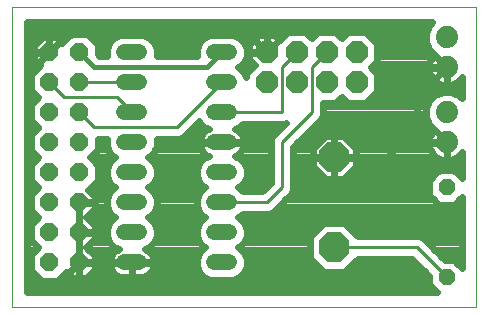
<source format=gbr>
G75*
G70*
%OFA0B0*%
%FSLAX24Y24*%
%IPPOS*%
%LPD*%
%AMOC8*
5,1,8,0,0,1.08239X$1,22.5*
%
%ADD10C,0.0000*%
%ADD11C,0.0520*%
%ADD12OC8,0.0600*%
%ADD13OC8,0.1000*%
%ADD14OC8,0.0520*%
%ADD15OC8,0.0740*%
%ADD16C,0.0740*%
%ADD17C,0.0240*%
%ADD18C,0.0160*%
%ADD19C,0.0100*%
D10*
X000181Y000105D02*
X000181Y010105D01*
X015674Y010105D01*
X015674Y000105D01*
X000181Y000105D01*
D11*
X003921Y001605D02*
X004441Y001605D01*
X004441Y002605D02*
X003921Y002605D01*
X003921Y003605D02*
X004441Y003605D01*
X004441Y004605D02*
X003921Y004605D01*
X003921Y005605D02*
X004441Y005605D01*
X004441Y006605D02*
X003921Y006605D01*
X003921Y007605D02*
X004441Y007605D01*
X004441Y008605D02*
X003921Y008605D01*
X006921Y008605D02*
X007441Y008605D01*
X007441Y007605D02*
X006921Y007605D01*
X006921Y006605D02*
X007441Y006605D01*
X007441Y005605D02*
X006921Y005605D01*
X006921Y004605D02*
X007441Y004605D01*
X007441Y003605D02*
X006921Y003605D01*
X006921Y002605D02*
X007441Y002605D01*
X007441Y001605D02*
X006921Y001605D01*
D12*
X002431Y001605D03*
X001431Y001605D03*
X001431Y002605D03*
X002431Y002605D03*
X002431Y003605D03*
X001431Y003605D03*
X001431Y004605D03*
X002431Y004605D03*
X002431Y005605D03*
X001431Y005605D03*
X001431Y006605D03*
X002431Y006605D03*
X002431Y007605D03*
X001431Y007605D03*
X001431Y008605D03*
X002431Y008605D03*
D13*
X010931Y005105D03*
X010931Y002105D03*
D14*
X014681Y001105D03*
X014681Y004105D03*
D15*
X011681Y007605D03*
X010681Y007605D03*
X009681Y007605D03*
X008681Y007605D03*
X008681Y008605D03*
X009681Y008605D03*
X010681Y008605D03*
X011681Y008605D03*
D16*
X014681Y009105D03*
X014681Y008105D03*
X014681Y006605D03*
X014681Y005605D03*
D17*
X014681Y005604D01*
X014682Y005604D01*
X014682Y005015D01*
X014728Y005015D01*
X014820Y005029D01*
X014908Y005058D01*
X014991Y005100D01*
X015066Y005155D01*
X015131Y005220D01*
X015181Y005289D01*
X015181Y004420D01*
X014920Y004682D01*
X014442Y004682D01*
X014105Y004344D01*
X014105Y003866D01*
X014442Y003528D01*
X014920Y003528D01*
X015181Y003789D01*
X015181Y001420D01*
X014920Y001682D01*
X014623Y001682D01*
X013992Y002312D01*
X013992Y002313D01*
X013889Y002416D01*
X013754Y002472D01*
X011720Y002472D01*
X011270Y002922D01*
X010593Y002922D01*
X010115Y002443D01*
X010115Y001766D01*
X010593Y001288D01*
X011270Y001288D01*
X011720Y001738D01*
X013529Y001738D01*
X014105Y001163D01*
X014105Y000866D01*
X014366Y000605D01*
X000681Y000605D01*
X000681Y009605D01*
X014210Y009605D01*
X014099Y009494D01*
X013995Y009241D01*
X013995Y008968D01*
X014099Y008716D01*
X014279Y008536D01*
X014231Y008489D01*
X014177Y008414D01*
X014135Y008331D01*
X014106Y008243D01*
X014091Y008151D01*
X014091Y008105D01*
X014681Y008105D01*
X014681Y008104D01*
X014682Y008104D01*
X014682Y007515D01*
X014728Y007515D01*
X014820Y007529D01*
X014908Y007558D01*
X014991Y007600D01*
X015066Y007655D01*
X015131Y007720D01*
X015181Y007789D01*
X015181Y007076D01*
X015070Y007187D01*
X014818Y007292D01*
X014545Y007292D01*
X014292Y007187D01*
X014099Y006994D01*
X013995Y006741D01*
X013995Y006468D01*
X014099Y006216D01*
X014279Y006036D01*
X014231Y005989D01*
X014177Y005914D01*
X014135Y005831D01*
X014106Y005743D01*
X014091Y005651D01*
X014091Y005605D01*
X014681Y005605D01*
X014681Y005604D02*
X014091Y005604D01*
X014091Y005558D01*
X014106Y005467D01*
X014135Y005378D01*
X014177Y005295D01*
X014231Y005220D01*
X014297Y005155D01*
X014372Y005100D01*
X014455Y005058D01*
X014543Y005029D01*
X014635Y005015D01*
X014681Y005015D01*
X014681Y005604D01*
X014681Y005605D02*
X013681Y006605D01*
X013681Y006105D01*
X012681Y005105D01*
X010931Y005105D01*
X010931Y005104D01*
X010932Y005104D01*
X010932Y005105D01*
X011651Y005105D01*
X011651Y005403D01*
X011230Y005825D01*
X010932Y005825D01*
X010932Y005105D01*
X010931Y005105D01*
X010211Y005105D01*
X010211Y005403D01*
X010633Y005825D01*
X010931Y005825D01*
X010931Y005105D01*
X010931Y005104D02*
X010211Y005104D01*
X010211Y004806D01*
X010633Y004385D01*
X010931Y004385D01*
X010931Y005104D01*
X010932Y005104D02*
X010932Y004385D01*
X011230Y004385D01*
X011651Y004806D01*
X011651Y005104D01*
X010932Y005104D01*
X010931Y005137D02*
X010932Y005137D01*
X010931Y005376D02*
X010932Y005376D01*
X010931Y005614D02*
X010932Y005614D01*
X011440Y005614D02*
X014091Y005614D01*
X014136Y005376D02*
X011651Y005376D01*
X011651Y005137D02*
X014321Y005137D01*
X014681Y005137D02*
X014682Y005137D01*
X014681Y005376D02*
X014682Y005376D01*
X015041Y005137D02*
X015181Y005137D01*
X015181Y004899D02*
X011651Y004899D01*
X011505Y004660D02*
X014421Y004660D01*
X014182Y004421D02*
X011266Y004421D01*
X010932Y004421D02*
X010931Y004421D01*
X010931Y004660D02*
X010932Y004660D01*
X010931Y004899D02*
X010932Y004899D01*
X010596Y004421D02*
X009548Y004421D01*
X009548Y004660D02*
X010358Y004660D01*
X010211Y004899D02*
X009548Y004899D01*
X009548Y005137D02*
X010211Y005137D01*
X010211Y005376D02*
X009548Y005376D01*
X009548Y005453D02*
X010389Y006294D01*
X010492Y006397D01*
X010548Y006532D01*
X010548Y006918D01*
X010966Y006918D01*
X011181Y007133D01*
X011397Y006918D01*
X011966Y006918D01*
X012368Y007320D01*
X012368Y007889D01*
X012153Y008105D01*
X012368Y008320D01*
X012368Y008889D01*
X011966Y009292D01*
X011397Y009292D01*
X011181Y009076D01*
X010966Y009292D01*
X010397Y009292D01*
X010181Y009076D01*
X009966Y009292D01*
X009397Y009292D01*
X009113Y009007D01*
X008926Y009195D01*
X008682Y009195D01*
X008682Y008605D01*
X008681Y008605D01*
X008681Y008604D01*
X008091Y008604D01*
X008091Y008360D01*
X008279Y008173D01*
X007995Y007889D01*
X007995Y007776D01*
X007930Y007931D01*
X007768Y008094D01*
X007742Y008105D01*
X007768Y008116D01*
X007930Y008278D01*
X008018Y008490D01*
X008018Y008719D01*
X007930Y008931D01*
X007768Y009094D01*
X007556Y009182D01*
X006807Y009182D01*
X006595Y009094D01*
X006432Y008931D01*
X006345Y008719D01*
X006345Y008502D01*
X005018Y008502D01*
X005018Y008719D01*
X004930Y008931D01*
X004768Y009094D01*
X004556Y009182D01*
X003807Y009182D01*
X003595Y009094D01*
X003432Y008931D01*
X003345Y008719D01*
X003345Y008502D01*
X003096Y008502D01*
X003048Y008549D01*
X003048Y008860D01*
X002687Y009222D01*
X002176Y009222D01*
X001863Y008909D01*
X001647Y009125D01*
X001432Y009125D01*
X001432Y008605D01*
X001431Y008605D01*
X001431Y008604D01*
X000911Y008604D01*
X000911Y008389D01*
X001128Y008173D01*
X000815Y007860D01*
X000815Y007349D01*
X001059Y007105D01*
X000815Y006860D01*
X000815Y006349D01*
X001059Y006105D01*
X000815Y005860D01*
X000815Y005349D01*
X001059Y005105D01*
X000815Y004860D01*
X000815Y004349D01*
X001059Y004105D01*
X000815Y003860D01*
X000815Y003349D01*
X001059Y003105D01*
X000815Y002860D01*
X000815Y002349D01*
X001059Y002105D01*
X000815Y001860D01*
X000815Y001349D01*
X001176Y000988D01*
X001687Y000988D01*
X002000Y001301D01*
X002216Y001085D01*
X002431Y001085D01*
X002431Y001604D01*
X002432Y001604D01*
X002432Y001605D01*
X002951Y001605D01*
X002951Y001820D01*
X002667Y002105D01*
X002951Y002389D01*
X002951Y002604D01*
X002432Y002604D01*
X002432Y002605D01*
X002951Y002605D01*
X002951Y002820D01*
X002667Y003105D01*
X002951Y003389D01*
X002951Y003604D01*
X002432Y003604D01*
X002432Y003605D01*
X002951Y003605D01*
X002951Y003820D01*
X002735Y004036D01*
X003048Y004349D01*
X003048Y004860D01*
X002804Y005105D01*
X003048Y005349D01*
X003048Y005738D01*
X003352Y005738D01*
X003345Y005719D01*
X003345Y005490D01*
X003432Y005278D01*
X003595Y005116D01*
X003621Y005105D01*
X003595Y005094D01*
X003432Y004931D01*
X003345Y004719D01*
X003345Y004490D01*
X003432Y004278D01*
X003595Y004116D01*
X003621Y004105D01*
X003595Y004094D01*
X003432Y003931D01*
X003345Y003719D01*
X003345Y003490D01*
X003432Y003278D01*
X003595Y003116D01*
X003621Y003105D01*
X003595Y003094D01*
X003432Y002931D01*
X003345Y002719D01*
X003345Y002490D01*
X003432Y002278D01*
X003595Y002116D01*
X003747Y002053D01*
X003737Y002050D01*
X003670Y002015D01*
X003609Y001971D01*
X003555Y001917D01*
X003511Y001856D01*
X003477Y001789D01*
X003453Y001717D01*
X003441Y001642D01*
X003441Y001605D01*
X004181Y001605D01*
X004181Y001604D01*
X004182Y001604D01*
X004182Y001605D01*
X004921Y001605D01*
X004921Y001642D01*
X004910Y001717D01*
X004886Y001789D01*
X004852Y001856D01*
X004808Y001917D01*
X004754Y001971D01*
X004693Y002015D01*
X004626Y002050D01*
X004616Y002053D01*
X004768Y002116D01*
X004930Y002278D01*
X005018Y002490D01*
X005018Y002719D01*
X004930Y002931D01*
X004768Y003094D01*
X004742Y003105D01*
X004768Y003116D01*
X004930Y003278D01*
X005018Y003490D01*
X005018Y003719D01*
X004930Y003931D01*
X004768Y004094D01*
X004742Y004105D01*
X004768Y004116D01*
X004930Y004278D01*
X005018Y004490D01*
X005018Y004719D01*
X004930Y004931D01*
X004768Y005094D01*
X004742Y005105D01*
X004768Y005116D01*
X004930Y005278D01*
X005018Y005490D01*
X005018Y005719D01*
X005011Y005738D01*
X005754Y005738D01*
X005889Y005794D01*
X005992Y005897D01*
X006415Y006320D01*
X006432Y006278D01*
X006595Y006116D01*
X006747Y006053D01*
X006737Y006050D01*
X006670Y006015D01*
X006609Y005971D01*
X006555Y005917D01*
X006511Y005856D01*
X006477Y005789D01*
X006453Y005717D01*
X006441Y005642D01*
X006441Y005605D01*
X007181Y005605D01*
X007181Y005604D01*
X006441Y005604D01*
X006441Y005567D01*
X006453Y005492D01*
X006477Y005420D01*
X006511Y005353D01*
X006555Y005292D01*
X006609Y005239D01*
X006670Y005194D01*
X006737Y005160D01*
X006747Y005157D01*
X006595Y005094D01*
X006432Y004931D01*
X006345Y004719D01*
X006345Y004490D01*
X006432Y004278D01*
X006595Y004116D01*
X006621Y004105D01*
X006595Y004094D01*
X006432Y003931D01*
X006345Y003719D01*
X006345Y003490D01*
X006432Y003278D01*
X006595Y003116D01*
X006621Y003105D01*
X006595Y003094D01*
X006432Y002931D01*
X006345Y002719D01*
X006345Y002490D01*
X006432Y002278D01*
X006595Y002116D01*
X006621Y002105D01*
X006595Y002094D01*
X006432Y001931D01*
X006345Y001719D01*
X006345Y001490D01*
X006432Y001278D01*
X006595Y001116D01*
X006807Y001028D01*
X007556Y001028D01*
X007768Y001116D01*
X007930Y001278D01*
X008018Y001490D01*
X008018Y001719D01*
X007930Y001931D01*
X007768Y002094D01*
X007742Y002105D01*
X007768Y002116D01*
X007930Y002278D01*
X008018Y002490D01*
X008018Y002719D01*
X007930Y002931D01*
X007768Y003094D01*
X007742Y003105D01*
X007768Y003116D01*
X007890Y003238D01*
X008608Y003238D01*
X008754Y003238D01*
X008889Y003294D01*
X009389Y003794D01*
X009492Y003897D01*
X009548Y004032D01*
X009548Y005453D01*
X009710Y005614D02*
X010423Y005614D01*
X009948Y005853D02*
X014146Y005853D01*
X014224Y006091D02*
X010187Y006091D01*
X010425Y006330D02*
X014052Y006330D01*
X013995Y006568D02*
X010548Y006568D01*
X010548Y006807D02*
X014022Y006807D01*
X014151Y007045D02*
X012093Y007045D01*
X012332Y007284D02*
X014526Y007284D01*
X014543Y007529D02*
X014455Y007558D01*
X014372Y007600D01*
X014297Y007655D01*
X014231Y007720D01*
X014177Y007795D01*
X014135Y007878D01*
X014106Y007967D01*
X014091Y008058D01*
X014091Y008104D01*
X014681Y008104D01*
X014681Y007515D01*
X014635Y007515D01*
X014543Y007529D01*
X014586Y007522D02*
X012368Y007522D01*
X012368Y007761D02*
X014202Y007761D01*
X014101Y008000D02*
X012258Y008000D01*
X012286Y008238D02*
X014105Y008238D01*
X014222Y008477D02*
X012368Y008477D01*
X012368Y008715D02*
X014100Y008715D01*
X014000Y008954D02*
X012304Y008954D01*
X012065Y009192D02*
X013995Y009192D01*
X014073Y009431D02*
X000681Y009431D01*
X000681Y009192D02*
X002147Y009192D01*
X002181Y009355D02*
X001431Y008605D01*
X000911Y008605D01*
X000911Y008820D01*
X001216Y009125D01*
X001431Y009125D01*
X001431Y008605D01*
X000681Y007855D01*
X000681Y001355D01*
X001181Y000855D01*
X001681Y000855D01*
X002431Y001605D01*
X002431Y002085D01*
X002431Y002604D01*
X002432Y002604D01*
X002432Y002085D01*
X002432Y001605D01*
X002431Y001605D01*
X002431Y002605D01*
X002431Y003125D01*
X002431Y003604D01*
X002432Y003604D01*
X002432Y003125D01*
X002432Y002605D01*
X002431Y002605D01*
X002431Y003605D01*
X002431Y003467D02*
X002432Y003467D01*
X002431Y003229D02*
X002432Y003229D01*
X002431Y002990D02*
X002432Y002990D01*
X002781Y002990D02*
X003491Y002990D01*
X003482Y003229D02*
X002791Y003229D01*
X002951Y003467D02*
X003354Y003467D01*
X003345Y003706D02*
X002951Y003706D01*
X002827Y003944D02*
X003445Y003944D01*
X003527Y004183D02*
X002882Y004183D01*
X003048Y004421D02*
X003373Y004421D01*
X003345Y004660D02*
X003048Y004660D01*
X003010Y004899D02*
X003419Y004899D01*
X003573Y005137D02*
X002836Y005137D01*
X003048Y005376D02*
X003392Y005376D01*
X003345Y005614D02*
X003048Y005614D01*
X004790Y005137D02*
X006699Y005137D01*
X006499Y005376D02*
X004971Y005376D01*
X005018Y005614D02*
X006441Y005614D01*
X006509Y005853D02*
X005948Y005853D01*
X006187Y006091D02*
X006654Y006091D01*
X007182Y005605D02*
X007921Y005605D01*
X007921Y005642D01*
X007910Y005717D01*
X007886Y005789D01*
X007852Y005856D01*
X007808Y005917D01*
X007754Y005971D01*
X007693Y006015D01*
X007626Y006050D01*
X007616Y006053D01*
X007768Y006116D01*
X007890Y006238D01*
X009108Y006238D01*
X009254Y006238D01*
X009325Y006267D01*
X008870Y005813D01*
X008815Y005678D01*
X008815Y005532D01*
X008815Y004257D01*
X008529Y003972D01*
X007890Y003972D01*
X007768Y004094D01*
X007742Y004105D01*
X007768Y004116D01*
X007930Y004278D01*
X008018Y004490D01*
X008018Y004719D01*
X007930Y004931D01*
X007768Y005094D01*
X007616Y005157D01*
X007626Y005160D01*
X007693Y005194D01*
X007754Y005239D01*
X007808Y005292D01*
X007852Y005353D01*
X007886Y005420D01*
X007910Y005492D01*
X007921Y005567D01*
X007921Y005604D01*
X007182Y005604D01*
X007182Y005605D01*
X007664Y005137D02*
X008815Y005137D01*
X008815Y005376D02*
X007863Y005376D01*
X007921Y005614D02*
X008815Y005614D01*
X008911Y005853D02*
X007854Y005853D01*
X007709Y006091D02*
X009149Y006091D01*
X008815Y004899D02*
X007944Y004899D01*
X008018Y004660D02*
X008815Y004660D01*
X008815Y004421D02*
X007990Y004421D01*
X007835Y004183D02*
X008741Y004183D01*
X009301Y003706D02*
X014265Y003706D01*
X014105Y003944D02*
X009512Y003944D01*
X009548Y004183D02*
X014105Y004183D01*
X014942Y004660D02*
X015181Y004660D01*
X015180Y004421D02*
X015181Y004421D01*
X015181Y003706D02*
X015098Y003706D01*
X015181Y003467D02*
X009063Y003467D01*
X008005Y002752D02*
X010423Y002752D01*
X010185Y002513D02*
X008018Y002513D01*
X007927Y002275D02*
X010115Y002275D01*
X010115Y002036D02*
X007826Y002036D01*
X007986Y001797D02*
X010115Y001797D01*
X010322Y001559D02*
X008018Y001559D01*
X007948Y001320D02*
X010561Y001320D01*
X011302Y001320D02*
X013947Y001320D01*
X014105Y001082D02*
X007686Y001082D01*
X006676Y001082D02*
X001781Y001082D01*
X002432Y001085D02*
X002647Y001085D01*
X002951Y001389D01*
X002951Y001604D01*
X002432Y001604D01*
X002432Y001085D01*
X002431Y001320D02*
X002432Y001320D01*
X002431Y001559D02*
X002432Y001559D01*
X002431Y001605D02*
X004181Y001605D01*
X004181Y001604D02*
X003441Y001604D01*
X003441Y001567D01*
X003453Y001492D01*
X003477Y001420D01*
X003511Y001353D01*
X003555Y001292D01*
X003609Y001239D01*
X003670Y001194D01*
X003737Y001160D01*
X003809Y001137D01*
X003884Y001125D01*
X004181Y001125D01*
X004181Y001604D01*
X004182Y001604D02*
X004182Y001125D01*
X004479Y001125D01*
X004554Y001137D01*
X004626Y001160D01*
X004693Y001194D01*
X004754Y001239D01*
X004808Y001292D01*
X004852Y001353D01*
X004886Y001420D01*
X004910Y001492D01*
X004921Y001567D01*
X004921Y001604D01*
X004182Y001604D01*
X004181Y001559D02*
X004182Y001559D01*
X004181Y001320D02*
X004182Y001320D01*
X004828Y001320D02*
X006415Y001320D01*
X006345Y001559D02*
X004920Y001559D01*
X004882Y001797D02*
X006377Y001797D01*
X006537Y002036D02*
X004652Y002036D01*
X004927Y002275D02*
X006436Y002275D01*
X006345Y002513D02*
X005018Y002513D01*
X005005Y002752D02*
X006358Y002752D01*
X006491Y002990D02*
X004872Y002990D01*
X004881Y003229D02*
X006482Y003229D01*
X006354Y003467D02*
X005009Y003467D01*
X005018Y003706D02*
X006345Y003706D01*
X006445Y003944D02*
X004918Y003944D01*
X004835Y004183D02*
X006527Y004183D01*
X006373Y004421D02*
X004990Y004421D01*
X005018Y004660D02*
X006345Y004660D01*
X006419Y004899D02*
X004944Y004899D01*
X007881Y003229D02*
X015181Y003229D01*
X015181Y002990D02*
X007872Y002990D01*
X011440Y002752D02*
X015181Y002752D01*
X015181Y002513D02*
X011678Y002513D01*
X011541Y001559D02*
X013708Y001559D01*
X014269Y002036D02*
X015181Y002036D01*
X015181Y001797D02*
X014507Y001797D01*
X015043Y001559D02*
X015181Y001559D01*
X015181Y002275D02*
X014030Y002275D01*
X014127Y000843D02*
X000681Y000843D01*
X000681Y001082D02*
X001082Y001082D01*
X000843Y001320D02*
X000681Y001320D01*
X000681Y001559D02*
X000815Y001559D01*
X000815Y001797D02*
X000681Y001797D01*
X000681Y002036D02*
X000990Y002036D01*
X000889Y002275D02*
X000681Y002275D01*
X000681Y002513D02*
X000815Y002513D01*
X000815Y002752D02*
X000681Y002752D01*
X000681Y002990D02*
X000945Y002990D01*
X000935Y003229D02*
X000681Y003229D01*
X000681Y003467D02*
X000815Y003467D01*
X000815Y003706D02*
X000681Y003706D01*
X000681Y003944D02*
X000899Y003944D01*
X000981Y004183D02*
X000681Y004183D01*
X000681Y004421D02*
X000815Y004421D01*
X000815Y004660D02*
X000681Y004660D01*
X000681Y004899D02*
X000853Y004899D01*
X000681Y005137D02*
X001027Y005137D01*
X000815Y005376D02*
X000681Y005376D01*
X000681Y005614D02*
X000815Y005614D01*
X000815Y005853D02*
X000681Y005853D01*
X000681Y006091D02*
X001046Y006091D01*
X000834Y006330D02*
X000681Y006330D01*
X000681Y006568D02*
X000815Y006568D01*
X000815Y006807D02*
X000681Y006807D01*
X000681Y007045D02*
X001000Y007045D01*
X000880Y007284D02*
X000681Y007284D01*
X000681Y007522D02*
X000815Y007522D01*
X000815Y007761D02*
X000681Y007761D01*
X000681Y008000D02*
X000954Y008000D01*
X001063Y008238D02*
X000681Y008238D01*
X000681Y008477D02*
X000911Y008477D01*
X000911Y008715D02*
X000681Y008715D01*
X000681Y008954D02*
X001045Y008954D01*
X001431Y008954D02*
X001432Y008954D01*
X001431Y008715D02*
X001432Y008715D01*
X001818Y008954D02*
X001908Y008954D01*
X002181Y009355D02*
X007931Y009355D01*
X008681Y008605D01*
X008091Y008605D01*
X008091Y008849D01*
X008437Y009195D01*
X008681Y009195D01*
X008681Y008605D01*
X009431Y009355D01*
X013431Y009355D01*
X014681Y008105D01*
X013681Y007105D01*
X013681Y006605D01*
X014836Y007284D02*
X015181Y007284D01*
X015181Y007522D02*
X014777Y007522D01*
X014682Y007522D02*
X014681Y007522D01*
X014681Y007761D02*
X014682Y007761D01*
X014681Y008000D02*
X014682Y008000D01*
X015161Y007761D02*
X015181Y007761D01*
X011269Y007045D02*
X011093Y007045D01*
X008682Y008715D02*
X008681Y008715D01*
X008681Y008954D02*
X008682Y008954D01*
X008681Y009192D02*
X008682Y009192D01*
X008928Y009192D02*
X009298Y009192D01*
X010065Y009192D02*
X010298Y009192D01*
X011065Y009192D02*
X011298Y009192D01*
X008435Y009192D02*
X002716Y009192D01*
X002955Y008954D02*
X003455Y008954D01*
X003345Y008715D02*
X003048Y008715D01*
X004908Y008954D02*
X006455Y008954D01*
X006345Y008715D02*
X005018Y008715D01*
X007862Y008000D02*
X008105Y008000D01*
X008214Y008238D02*
X007891Y008238D01*
X008013Y008477D02*
X008091Y008477D01*
X008091Y008715D02*
X008018Y008715D01*
X007908Y008954D02*
X008196Y008954D01*
X003358Y002752D02*
X002951Y002752D01*
X002951Y002513D02*
X003345Y002513D01*
X003436Y002275D02*
X002837Y002275D01*
X002432Y002275D02*
X002431Y002275D01*
X002431Y002513D02*
X002432Y002513D01*
X002431Y002752D02*
X002432Y002752D01*
X002431Y002036D02*
X002432Y002036D01*
X002431Y001797D02*
X002432Y001797D01*
X002735Y002036D02*
X003711Y002036D01*
X003481Y001797D02*
X002951Y001797D01*
X002951Y001559D02*
X003443Y001559D01*
X003535Y001320D02*
X002882Y001320D01*
X000681Y000605D02*
X014366Y000605D01*
D18*
X006681Y008105D02*
X002931Y008105D01*
X002431Y008605D01*
X006681Y008105D02*
X007181Y008605D01*
D19*
X007181Y007605D02*
X005681Y006105D01*
X002931Y006105D01*
X002431Y006605D01*
X001931Y007105D02*
X001431Y007605D01*
X001931Y007105D02*
X003681Y007105D01*
X004181Y006605D01*
X004181Y007605D02*
X002431Y007605D01*
X007181Y006605D02*
X009181Y006605D01*
X009181Y008105D01*
X009681Y008605D01*
X010181Y008105D02*
X010681Y008605D01*
X010181Y008105D02*
X010181Y006605D01*
X009181Y005605D01*
X009181Y004105D01*
X008681Y003605D01*
X007181Y003605D01*
X010931Y002105D02*
X013681Y002105D01*
X014681Y001105D01*
M02*

</source>
